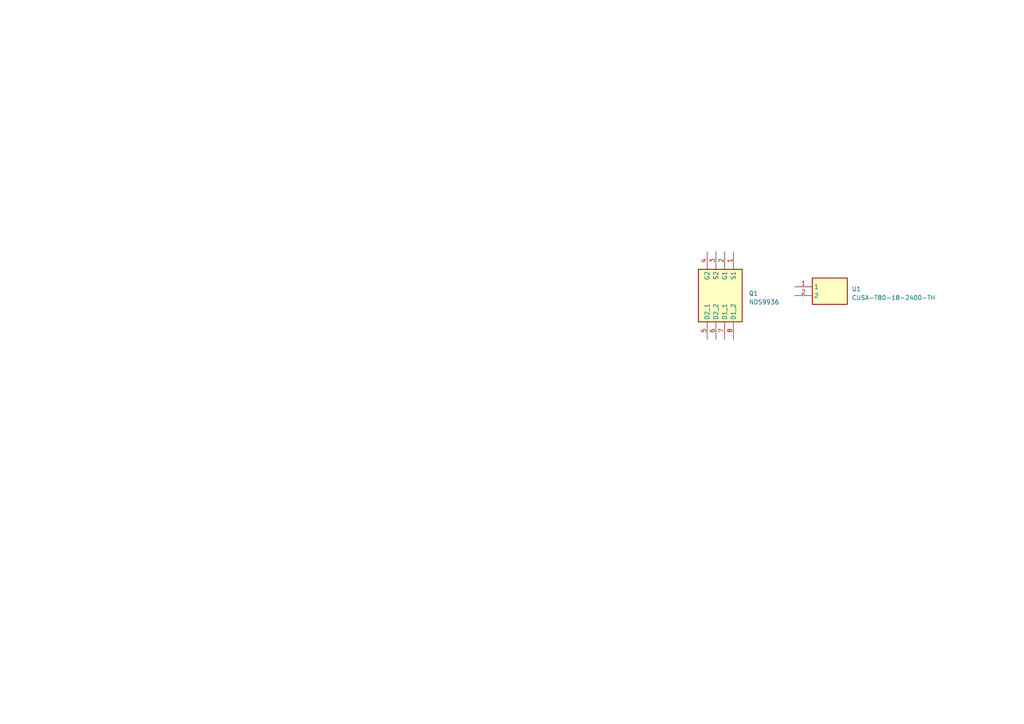
<source format=kicad_sch>
(kicad_sch (version 20230121) (generator eeschema)
  (paper "A4")
  (lib_symbols
    (symbol "SamacSys_Parts:CUSA-T80-18-2400-TH"
      (property "Reference" "U" (at 16.51 7.62 0))
      (property "Value" "CUSA-T80-18-2400-TH" (at 16.51 5.08 0))
      (symbol "CUSA-T80-18-2400-TH_1_1"
        (rectangle (start 5.08 2.54) (end 15.24 -5.08) (stroke (width 0.254)) (fill (type background)))
        (pin passive line (at 0 0 0) (length 5.08) (name "1") (number "1"))
        (pin passive line (at 0 -2.54 0) (length 5.08) (name "2") (number "2"))
      )
    )
    (symbol "SamacSys_Parts:NDS9936"
      (property "Reference" "Q" (at 21.59 7.62 0))
      (property "Value" "NDS9936" (at 21.59 5.08 0))
      (symbol "NDS9936_1_1"
        (rectangle (start 5.08 2.54) (end 20.32 -10.16) (stroke (width 0.254)) (fill (type background)))
        (pin passive line (at 0 0 0) (length 5.08) (name "S1") (number "1"))
        (pin passive line (at 0 -2.54 0) (length 5.08) (name "G1") (number "2"))
        (pin passive line (at 0 -5.08 0) (length 5.08) (name "S2") (number "3"))
        (pin passive line (at 0 -7.62 0) (length 5.08) (name "G2") (number "4"))
        (pin passive line (at 25.4 -7.62 180) (length 5.08) (name "D2_1") (number "5"))
        (pin passive line (at 25.4 -5.08 180) (length 5.08) (name "D2_2") (number "6"))
        (pin passive line (at 25.4 -2.54 180) (length 5.08) (name "D1_1") (number "7"))
        (pin passive line (at 25.4 0 180) (length 5.08) (name "D1_2") (number "8"))
      )
    )
  )
  (symbol (lib_id "SamacSys_Parts:CUSA-T80-18-2400-TH") (at 230.505 83.185 0) (unit 1)
    (property "Reference" "U1" (at 247.015 83.82 0) (effects (justify left)))
    (property "Value" "CUSA-T80-18-2400-TH" (at 247.015 86.36 0) (effects (justify left)))
    (property "Footprint" "CUSAT80182400TH" (effects hide))
    (property "Height" "12.3" (effects hide))
    (property "Manufacturer_Name" "CUI Devices" (effects hide))
    (property "Manufacturer_Part_Number" "CUSA-T80-18-2400-TH" (effects hide))
  )
  (symbol (lib_id "SamacSys_Parts:NDS9936") (at 212.725 73.025 270) (unit 1)
    (property "Reference" "Q1" (at 217.17 85.09 90) (effects (justify left)))
    (property "Value" "NDS9936" (at 217.17 87.63 90) (effects (justify left)))
    (property "Footprint" "SOIC127P600X175-8N" (effects hide))
    (property "Datasheet" "https://pdf1.alldatasheet.com/datasheet-pdf/view/54209/FAIRCHILD/NDS9936.html" (effects hide))
    (property "Height" "1.75" (effects hide))
    (property "Manufacturer_Name" "onsemi" (effects hide))
    (property "Manufacturer_Part_Number" "NDS9936" (effects hide))
  )
)
</source>
